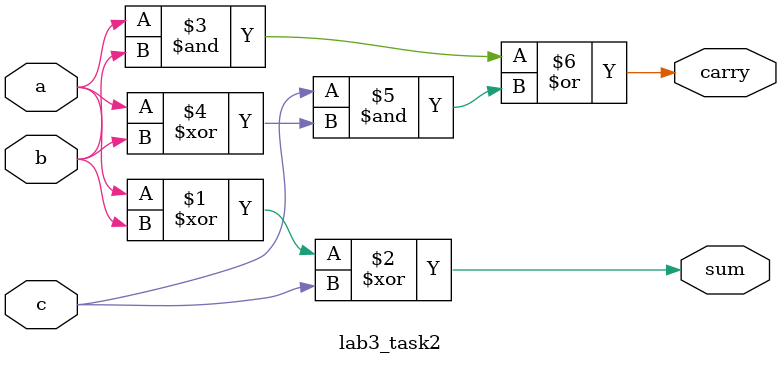
<source format=sv>
 module lab3_task2(
 input logic a,
 input logic b,
 input logic c,
 output logic sum,
 output logic carry
 );
 assign sum = (a ^ b) ^ c;
 assign carry = (a & b) | (c & (a ^ b));
 endmodule


</source>
